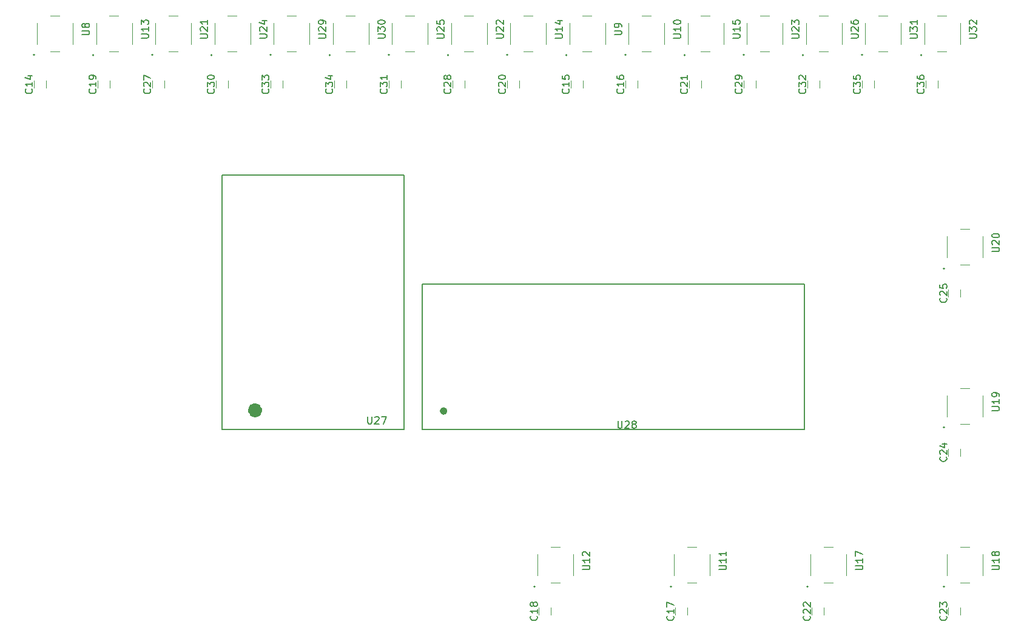
<source format=gbr>
G04 #@! TF.FileFunction,Legend,Top*
%FSLAX46Y46*%
G04 Gerber Fmt 4.6, Leading zero omitted, Abs format (unit mm)*
G04 Created by KiCad (PCBNEW 4.0.6) date 06/14/17 00:59:11*
%MOMM*%
%LPD*%
G01*
G04 APERTURE LIST*
%ADD10C,0.100000*%
%ADD11C,0.120000*%
%ADD12C,0.150000*%
%ADD13C,0.500000*%
%ADD14C,1.000000*%
%ADD15C,0.050000*%
%ADD16R,1.650000X1.400000*%
%ADD17C,1.600000*%
%ADD18C,1.924000*%
%ADD19C,1.800000*%
%ADD20R,2.000000X1.900000*%
G04 APERTURE END LIST*
D10*
D11*
X52490000Y-63000000D02*
X52490000Y-64000000D01*
X54190000Y-64000000D02*
X54190000Y-63000000D01*
X127420000Y-63000000D02*
X127420000Y-64000000D01*
X129120000Y-64000000D02*
X129120000Y-63000000D01*
X135040000Y-63000000D02*
X135040000Y-64000000D01*
X136740000Y-64000000D02*
X136740000Y-63000000D01*
X142025000Y-136660000D02*
X142025000Y-137660000D01*
X143725000Y-137660000D02*
X143725000Y-136660000D01*
X122975000Y-136660000D02*
X122975000Y-137660000D01*
X124675000Y-137660000D02*
X124675000Y-136660000D01*
X61380000Y-63000000D02*
X61380000Y-64000000D01*
X63080000Y-64000000D02*
X63080000Y-63000000D01*
X118530000Y-63000000D02*
X118530000Y-64000000D01*
X120230000Y-64000000D02*
X120230000Y-63000000D01*
X143930000Y-63000000D02*
X143930000Y-64000000D01*
X145630000Y-64000000D02*
X145630000Y-63000000D01*
X161075000Y-136660000D02*
X161075000Y-137660000D01*
X162775000Y-137660000D02*
X162775000Y-136660000D01*
X180125000Y-136660000D02*
X180125000Y-137660000D01*
X181825000Y-137660000D02*
X181825000Y-136660000D01*
X180125000Y-114435000D02*
X180125000Y-115435000D01*
X181825000Y-115435000D02*
X181825000Y-114435000D01*
X180125000Y-92210000D02*
X180125000Y-93210000D01*
X181825000Y-93210000D02*
X181825000Y-92210000D01*
X69000000Y-63000000D02*
X69000000Y-64000000D01*
X70700000Y-64000000D02*
X70700000Y-63000000D01*
X110910000Y-63000000D02*
X110910000Y-64000000D01*
X112610000Y-64000000D02*
X112610000Y-63000000D01*
X151550000Y-63000000D02*
X151550000Y-64000000D01*
X153250000Y-64000000D02*
X153250000Y-63000000D01*
X77890000Y-63000000D02*
X77890000Y-64000000D01*
X79590000Y-64000000D02*
X79590000Y-63000000D01*
X102020000Y-63000000D02*
X102020000Y-64000000D01*
X103720000Y-64000000D02*
X103720000Y-63000000D01*
X160440000Y-63000000D02*
X160440000Y-64000000D01*
X162140000Y-64000000D02*
X162140000Y-63000000D01*
X85510000Y-63000000D02*
X85510000Y-64000000D01*
X87210000Y-64000000D02*
X87210000Y-63000000D01*
X94400000Y-63000000D02*
X94400000Y-64000000D01*
X96100000Y-64000000D02*
X96100000Y-63000000D01*
X168060000Y-63000000D02*
X168060000Y-64000000D01*
X169760000Y-64000000D02*
X169760000Y-63000000D01*
X176950000Y-63000000D02*
X176950000Y-64000000D01*
X178650000Y-64000000D02*
X178650000Y-63000000D01*
D12*
X106680000Y-91440000D02*
X106680000Y-111760000D01*
X106680000Y-111760000D02*
X111760000Y-111760000D01*
X106680000Y-91440000D02*
X160020000Y-91440000D01*
X160020000Y-91440000D02*
X160020000Y-111760000D01*
X160020000Y-111760000D02*
X154940000Y-111760000D01*
X154940000Y-111760000D02*
X111760000Y-111760000D01*
D13*
X109950766Y-109169200D02*
G75*
G03X109950766Y-109169200I-273566J0D01*
G01*
D12*
X104140000Y-111760000D02*
X104140000Y-76200000D01*
X104140000Y-76200000D02*
X78740000Y-76200000D01*
X78740000Y-76200000D02*
X78740000Y-111760000D01*
X78740000Y-111760000D02*
X104140000Y-111760000D01*
D14*
X83863122Y-109067600D02*
G75*
G03X83863122Y-109067600I-500322J0D01*
G01*
D15*
X52950000Y-58875000D02*
X57950000Y-58875000D01*
X57950000Y-58875000D02*
X57950000Y-53875000D01*
X57950000Y-53875000D02*
X52950000Y-53875000D01*
X52950000Y-53875000D02*
X52950000Y-58875000D01*
D12*
X52596581Y-59398000D02*
G75*
G03X52596581Y-59398000I-91581J0D01*
G01*
D15*
X61205000Y-58875000D02*
X66205000Y-58875000D01*
X66205000Y-58875000D02*
X66205000Y-53875000D01*
X66205000Y-53875000D02*
X61205000Y-53875000D01*
X61205000Y-53875000D02*
X61205000Y-58875000D01*
D12*
X60851581Y-59398000D02*
G75*
G03X60851581Y-59398000I-91581J0D01*
G01*
D15*
X69460000Y-58875000D02*
X74460000Y-58875000D01*
X74460000Y-58875000D02*
X74460000Y-53875000D01*
X74460000Y-53875000D02*
X69460000Y-53875000D01*
X69460000Y-53875000D02*
X69460000Y-58875000D01*
D12*
X69106581Y-59398000D02*
G75*
G03X69106581Y-59398000I-91581J0D01*
G01*
D15*
X77715000Y-58875000D02*
X82715000Y-58875000D01*
X82715000Y-58875000D02*
X82715000Y-53875000D01*
X82715000Y-53875000D02*
X77715000Y-53875000D01*
X77715000Y-53875000D02*
X77715000Y-58875000D01*
D12*
X77361581Y-59398000D02*
G75*
G03X77361581Y-59398000I-91581J0D01*
G01*
D15*
X85970000Y-58875000D02*
X90970000Y-58875000D01*
X90970000Y-58875000D02*
X90970000Y-53875000D01*
X90970000Y-53875000D02*
X85970000Y-53875000D01*
X85970000Y-53875000D02*
X85970000Y-58875000D01*
D12*
X85616581Y-59398000D02*
G75*
G03X85616581Y-59398000I-91581J0D01*
G01*
D15*
X94225000Y-58875000D02*
X99225000Y-58875000D01*
X99225000Y-58875000D02*
X99225000Y-53875000D01*
X99225000Y-53875000D02*
X94225000Y-53875000D01*
X94225000Y-53875000D02*
X94225000Y-58875000D01*
D12*
X93871581Y-59398000D02*
G75*
G03X93871581Y-59398000I-91581J0D01*
G01*
D15*
X102480000Y-58875000D02*
X107480000Y-58875000D01*
X107480000Y-58875000D02*
X107480000Y-53875000D01*
X107480000Y-53875000D02*
X102480000Y-53875000D01*
X102480000Y-53875000D02*
X102480000Y-58875000D01*
D12*
X102126581Y-59398000D02*
G75*
G03X102126581Y-59398000I-91581J0D01*
G01*
D15*
X110735000Y-58875000D02*
X115735000Y-58875000D01*
X115735000Y-58875000D02*
X115735000Y-53875000D01*
X115735000Y-53875000D02*
X110735000Y-53875000D01*
X110735000Y-53875000D02*
X110735000Y-58875000D01*
D12*
X110381581Y-59398000D02*
G75*
G03X110381581Y-59398000I-91581J0D01*
G01*
D15*
X118990000Y-58875000D02*
X123990000Y-58875000D01*
X123990000Y-58875000D02*
X123990000Y-53875000D01*
X123990000Y-53875000D02*
X118990000Y-53875000D01*
X118990000Y-53875000D02*
X118990000Y-58875000D01*
D12*
X118636581Y-59398000D02*
G75*
G03X118636581Y-59398000I-91581J0D01*
G01*
D15*
X127245000Y-58875000D02*
X132245000Y-58875000D01*
X132245000Y-58875000D02*
X132245000Y-53875000D01*
X132245000Y-53875000D02*
X127245000Y-53875000D01*
X127245000Y-53875000D02*
X127245000Y-58875000D01*
D12*
X126891581Y-59398000D02*
G75*
G03X126891581Y-59398000I-91581J0D01*
G01*
D15*
X135500000Y-58875000D02*
X140500000Y-58875000D01*
X140500000Y-58875000D02*
X140500000Y-53875000D01*
X140500000Y-53875000D02*
X135500000Y-53875000D01*
X135500000Y-53875000D02*
X135500000Y-58875000D01*
D12*
X135146581Y-59398000D02*
G75*
G03X135146581Y-59398000I-91581J0D01*
G01*
D15*
X143755000Y-58875000D02*
X148755000Y-58875000D01*
X148755000Y-58875000D02*
X148755000Y-53875000D01*
X148755000Y-53875000D02*
X143755000Y-53875000D01*
X143755000Y-53875000D02*
X143755000Y-58875000D01*
D12*
X143401581Y-59398000D02*
G75*
G03X143401581Y-59398000I-91581J0D01*
G01*
D15*
X152010000Y-58875000D02*
X157010000Y-58875000D01*
X157010000Y-58875000D02*
X157010000Y-53875000D01*
X157010000Y-53875000D02*
X152010000Y-53875000D01*
X152010000Y-53875000D02*
X152010000Y-58875000D01*
D12*
X151656581Y-59398000D02*
G75*
G03X151656581Y-59398000I-91581J0D01*
G01*
D15*
X160265000Y-58875000D02*
X165265000Y-58875000D01*
X165265000Y-58875000D02*
X165265000Y-53875000D01*
X165265000Y-53875000D02*
X160265000Y-53875000D01*
X160265000Y-53875000D02*
X160265000Y-58875000D01*
D12*
X159911581Y-59398000D02*
G75*
G03X159911581Y-59398000I-91581J0D01*
G01*
D15*
X168520000Y-58875000D02*
X173520000Y-58875000D01*
X173520000Y-58875000D02*
X173520000Y-53875000D01*
X173520000Y-53875000D02*
X168520000Y-53875000D01*
X168520000Y-53875000D02*
X168520000Y-58875000D01*
D12*
X168166581Y-59398000D02*
G75*
G03X168166581Y-59398000I-91581J0D01*
G01*
D15*
X176775000Y-58875000D02*
X181775000Y-58875000D01*
X181775000Y-58875000D02*
X181775000Y-53875000D01*
X181775000Y-53875000D02*
X176775000Y-53875000D01*
X176775000Y-53875000D02*
X176775000Y-58875000D01*
D12*
X176421581Y-59398000D02*
G75*
G03X176421581Y-59398000I-91581J0D01*
G01*
D15*
X141850000Y-133170000D02*
X146850000Y-133170000D01*
X146850000Y-133170000D02*
X146850000Y-128170000D01*
X146850000Y-128170000D02*
X141850000Y-128170000D01*
X141850000Y-128170000D02*
X141850000Y-133170000D01*
D12*
X141496581Y-133693000D02*
G75*
G03X141496581Y-133693000I-91581J0D01*
G01*
D15*
X122800000Y-133170000D02*
X127800000Y-133170000D01*
X127800000Y-133170000D02*
X127800000Y-128170000D01*
X127800000Y-128170000D02*
X122800000Y-128170000D01*
X122800000Y-128170000D02*
X122800000Y-133170000D01*
D12*
X122446581Y-133693000D02*
G75*
G03X122446581Y-133693000I-91581J0D01*
G01*
D15*
X160900000Y-133170000D02*
X165900000Y-133170000D01*
X165900000Y-133170000D02*
X165900000Y-128170000D01*
X165900000Y-128170000D02*
X160900000Y-128170000D01*
X160900000Y-128170000D02*
X160900000Y-133170000D01*
D12*
X160546581Y-133693000D02*
G75*
G03X160546581Y-133693000I-91581J0D01*
G01*
D15*
X179950000Y-133170000D02*
X184950000Y-133170000D01*
X184950000Y-133170000D02*
X184950000Y-128170000D01*
X184950000Y-128170000D02*
X179950000Y-128170000D01*
X179950000Y-128170000D02*
X179950000Y-133170000D01*
D12*
X179596581Y-133693000D02*
G75*
G03X179596581Y-133693000I-91581J0D01*
G01*
D15*
X179950000Y-110945000D02*
X184950000Y-110945000D01*
X184950000Y-110945000D02*
X184950000Y-105945000D01*
X184950000Y-105945000D02*
X179950000Y-105945000D01*
X179950000Y-105945000D02*
X179950000Y-110945000D01*
D12*
X179596581Y-111468000D02*
G75*
G03X179596581Y-111468000I-91581J0D01*
G01*
D15*
X179950000Y-88720000D02*
X184950000Y-88720000D01*
X184950000Y-88720000D02*
X184950000Y-83720000D01*
X184950000Y-83720000D02*
X179950000Y-83720000D01*
X179950000Y-83720000D02*
X179950000Y-88720000D01*
D12*
X179596581Y-89243000D02*
G75*
G03X179596581Y-89243000I-91581J0D01*
G01*
X52197143Y-64142857D02*
X52244762Y-64190476D01*
X52292381Y-64333333D01*
X52292381Y-64428571D01*
X52244762Y-64571429D01*
X52149524Y-64666667D01*
X52054286Y-64714286D01*
X51863810Y-64761905D01*
X51720952Y-64761905D01*
X51530476Y-64714286D01*
X51435238Y-64666667D01*
X51340000Y-64571429D01*
X51292381Y-64428571D01*
X51292381Y-64333333D01*
X51340000Y-64190476D01*
X51387619Y-64142857D01*
X52292381Y-63190476D02*
X52292381Y-63761905D01*
X52292381Y-63476191D02*
X51292381Y-63476191D01*
X51435238Y-63571429D01*
X51530476Y-63666667D01*
X51578095Y-63761905D01*
X51625714Y-62333333D02*
X52292381Y-62333333D01*
X51244762Y-62571429D02*
X51959048Y-62809524D01*
X51959048Y-62190476D01*
X127127143Y-64142857D02*
X127174762Y-64190476D01*
X127222381Y-64333333D01*
X127222381Y-64428571D01*
X127174762Y-64571429D01*
X127079524Y-64666667D01*
X126984286Y-64714286D01*
X126793810Y-64761905D01*
X126650952Y-64761905D01*
X126460476Y-64714286D01*
X126365238Y-64666667D01*
X126270000Y-64571429D01*
X126222381Y-64428571D01*
X126222381Y-64333333D01*
X126270000Y-64190476D01*
X126317619Y-64142857D01*
X127222381Y-63190476D02*
X127222381Y-63761905D01*
X127222381Y-63476191D02*
X126222381Y-63476191D01*
X126365238Y-63571429D01*
X126460476Y-63666667D01*
X126508095Y-63761905D01*
X126222381Y-62285714D02*
X126222381Y-62761905D01*
X126698571Y-62809524D01*
X126650952Y-62761905D01*
X126603333Y-62666667D01*
X126603333Y-62428571D01*
X126650952Y-62333333D01*
X126698571Y-62285714D01*
X126793810Y-62238095D01*
X127031905Y-62238095D01*
X127127143Y-62285714D01*
X127174762Y-62333333D01*
X127222381Y-62428571D01*
X127222381Y-62666667D01*
X127174762Y-62761905D01*
X127127143Y-62809524D01*
X134747143Y-64142857D02*
X134794762Y-64190476D01*
X134842381Y-64333333D01*
X134842381Y-64428571D01*
X134794762Y-64571429D01*
X134699524Y-64666667D01*
X134604286Y-64714286D01*
X134413810Y-64761905D01*
X134270952Y-64761905D01*
X134080476Y-64714286D01*
X133985238Y-64666667D01*
X133890000Y-64571429D01*
X133842381Y-64428571D01*
X133842381Y-64333333D01*
X133890000Y-64190476D01*
X133937619Y-64142857D01*
X134842381Y-63190476D02*
X134842381Y-63761905D01*
X134842381Y-63476191D02*
X133842381Y-63476191D01*
X133985238Y-63571429D01*
X134080476Y-63666667D01*
X134128095Y-63761905D01*
X133842381Y-62333333D02*
X133842381Y-62523810D01*
X133890000Y-62619048D01*
X133937619Y-62666667D01*
X134080476Y-62761905D01*
X134270952Y-62809524D01*
X134651905Y-62809524D01*
X134747143Y-62761905D01*
X134794762Y-62714286D01*
X134842381Y-62619048D01*
X134842381Y-62428571D01*
X134794762Y-62333333D01*
X134747143Y-62285714D01*
X134651905Y-62238095D01*
X134413810Y-62238095D01*
X134318571Y-62285714D01*
X134270952Y-62333333D01*
X134223333Y-62428571D01*
X134223333Y-62619048D01*
X134270952Y-62714286D01*
X134318571Y-62761905D01*
X134413810Y-62809524D01*
X141732143Y-137802857D02*
X141779762Y-137850476D01*
X141827381Y-137993333D01*
X141827381Y-138088571D01*
X141779762Y-138231429D01*
X141684524Y-138326667D01*
X141589286Y-138374286D01*
X141398810Y-138421905D01*
X141255952Y-138421905D01*
X141065476Y-138374286D01*
X140970238Y-138326667D01*
X140875000Y-138231429D01*
X140827381Y-138088571D01*
X140827381Y-137993333D01*
X140875000Y-137850476D01*
X140922619Y-137802857D01*
X141827381Y-136850476D02*
X141827381Y-137421905D01*
X141827381Y-137136191D02*
X140827381Y-137136191D01*
X140970238Y-137231429D01*
X141065476Y-137326667D01*
X141113095Y-137421905D01*
X140827381Y-136517143D02*
X140827381Y-135850476D01*
X141827381Y-136279048D01*
X122682143Y-137802857D02*
X122729762Y-137850476D01*
X122777381Y-137993333D01*
X122777381Y-138088571D01*
X122729762Y-138231429D01*
X122634524Y-138326667D01*
X122539286Y-138374286D01*
X122348810Y-138421905D01*
X122205952Y-138421905D01*
X122015476Y-138374286D01*
X121920238Y-138326667D01*
X121825000Y-138231429D01*
X121777381Y-138088571D01*
X121777381Y-137993333D01*
X121825000Y-137850476D01*
X121872619Y-137802857D01*
X122777381Y-136850476D02*
X122777381Y-137421905D01*
X122777381Y-137136191D02*
X121777381Y-137136191D01*
X121920238Y-137231429D01*
X122015476Y-137326667D01*
X122063095Y-137421905D01*
X122205952Y-136279048D02*
X122158333Y-136374286D01*
X122110714Y-136421905D01*
X122015476Y-136469524D01*
X121967857Y-136469524D01*
X121872619Y-136421905D01*
X121825000Y-136374286D01*
X121777381Y-136279048D01*
X121777381Y-136088571D01*
X121825000Y-135993333D01*
X121872619Y-135945714D01*
X121967857Y-135898095D01*
X122015476Y-135898095D01*
X122110714Y-135945714D01*
X122158333Y-135993333D01*
X122205952Y-136088571D01*
X122205952Y-136279048D01*
X122253571Y-136374286D01*
X122301190Y-136421905D01*
X122396429Y-136469524D01*
X122586905Y-136469524D01*
X122682143Y-136421905D01*
X122729762Y-136374286D01*
X122777381Y-136279048D01*
X122777381Y-136088571D01*
X122729762Y-135993333D01*
X122682143Y-135945714D01*
X122586905Y-135898095D01*
X122396429Y-135898095D01*
X122301190Y-135945714D01*
X122253571Y-135993333D01*
X122205952Y-136088571D01*
X61087143Y-64142857D02*
X61134762Y-64190476D01*
X61182381Y-64333333D01*
X61182381Y-64428571D01*
X61134762Y-64571429D01*
X61039524Y-64666667D01*
X60944286Y-64714286D01*
X60753810Y-64761905D01*
X60610952Y-64761905D01*
X60420476Y-64714286D01*
X60325238Y-64666667D01*
X60230000Y-64571429D01*
X60182381Y-64428571D01*
X60182381Y-64333333D01*
X60230000Y-64190476D01*
X60277619Y-64142857D01*
X61182381Y-63190476D02*
X61182381Y-63761905D01*
X61182381Y-63476191D02*
X60182381Y-63476191D01*
X60325238Y-63571429D01*
X60420476Y-63666667D01*
X60468095Y-63761905D01*
X61182381Y-62714286D02*
X61182381Y-62523810D01*
X61134762Y-62428571D01*
X61087143Y-62380952D01*
X60944286Y-62285714D01*
X60753810Y-62238095D01*
X60372857Y-62238095D01*
X60277619Y-62285714D01*
X60230000Y-62333333D01*
X60182381Y-62428571D01*
X60182381Y-62619048D01*
X60230000Y-62714286D01*
X60277619Y-62761905D01*
X60372857Y-62809524D01*
X60610952Y-62809524D01*
X60706190Y-62761905D01*
X60753810Y-62714286D01*
X60801429Y-62619048D01*
X60801429Y-62428571D01*
X60753810Y-62333333D01*
X60706190Y-62285714D01*
X60610952Y-62238095D01*
X118237143Y-64142857D02*
X118284762Y-64190476D01*
X118332381Y-64333333D01*
X118332381Y-64428571D01*
X118284762Y-64571429D01*
X118189524Y-64666667D01*
X118094286Y-64714286D01*
X117903810Y-64761905D01*
X117760952Y-64761905D01*
X117570476Y-64714286D01*
X117475238Y-64666667D01*
X117380000Y-64571429D01*
X117332381Y-64428571D01*
X117332381Y-64333333D01*
X117380000Y-64190476D01*
X117427619Y-64142857D01*
X117427619Y-63761905D02*
X117380000Y-63714286D01*
X117332381Y-63619048D01*
X117332381Y-63380952D01*
X117380000Y-63285714D01*
X117427619Y-63238095D01*
X117522857Y-63190476D01*
X117618095Y-63190476D01*
X117760952Y-63238095D01*
X118332381Y-63809524D01*
X118332381Y-63190476D01*
X117332381Y-62571429D02*
X117332381Y-62476190D01*
X117380000Y-62380952D01*
X117427619Y-62333333D01*
X117522857Y-62285714D01*
X117713333Y-62238095D01*
X117951429Y-62238095D01*
X118141905Y-62285714D01*
X118237143Y-62333333D01*
X118284762Y-62380952D01*
X118332381Y-62476190D01*
X118332381Y-62571429D01*
X118284762Y-62666667D01*
X118237143Y-62714286D01*
X118141905Y-62761905D01*
X117951429Y-62809524D01*
X117713333Y-62809524D01*
X117522857Y-62761905D01*
X117427619Y-62714286D01*
X117380000Y-62666667D01*
X117332381Y-62571429D01*
X143637143Y-64142857D02*
X143684762Y-64190476D01*
X143732381Y-64333333D01*
X143732381Y-64428571D01*
X143684762Y-64571429D01*
X143589524Y-64666667D01*
X143494286Y-64714286D01*
X143303810Y-64761905D01*
X143160952Y-64761905D01*
X142970476Y-64714286D01*
X142875238Y-64666667D01*
X142780000Y-64571429D01*
X142732381Y-64428571D01*
X142732381Y-64333333D01*
X142780000Y-64190476D01*
X142827619Y-64142857D01*
X142827619Y-63761905D02*
X142780000Y-63714286D01*
X142732381Y-63619048D01*
X142732381Y-63380952D01*
X142780000Y-63285714D01*
X142827619Y-63238095D01*
X142922857Y-63190476D01*
X143018095Y-63190476D01*
X143160952Y-63238095D01*
X143732381Y-63809524D01*
X143732381Y-63190476D01*
X143732381Y-62238095D02*
X143732381Y-62809524D01*
X143732381Y-62523810D02*
X142732381Y-62523810D01*
X142875238Y-62619048D01*
X142970476Y-62714286D01*
X143018095Y-62809524D01*
X160782143Y-137802857D02*
X160829762Y-137850476D01*
X160877381Y-137993333D01*
X160877381Y-138088571D01*
X160829762Y-138231429D01*
X160734524Y-138326667D01*
X160639286Y-138374286D01*
X160448810Y-138421905D01*
X160305952Y-138421905D01*
X160115476Y-138374286D01*
X160020238Y-138326667D01*
X159925000Y-138231429D01*
X159877381Y-138088571D01*
X159877381Y-137993333D01*
X159925000Y-137850476D01*
X159972619Y-137802857D01*
X159972619Y-137421905D02*
X159925000Y-137374286D01*
X159877381Y-137279048D01*
X159877381Y-137040952D01*
X159925000Y-136945714D01*
X159972619Y-136898095D01*
X160067857Y-136850476D01*
X160163095Y-136850476D01*
X160305952Y-136898095D01*
X160877381Y-137469524D01*
X160877381Y-136850476D01*
X159972619Y-136469524D02*
X159925000Y-136421905D01*
X159877381Y-136326667D01*
X159877381Y-136088571D01*
X159925000Y-135993333D01*
X159972619Y-135945714D01*
X160067857Y-135898095D01*
X160163095Y-135898095D01*
X160305952Y-135945714D01*
X160877381Y-136517143D01*
X160877381Y-135898095D01*
X179832143Y-137802857D02*
X179879762Y-137850476D01*
X179927381Y-137993333D01*
X179927381Y-138088571D01*
X179879762Y-138231429D01*
X179784524Y-138326667D01*
X179689286Y-138374286D01*
X179498810Y-138421905D01*
X179355952Y-138421905D01*
X179165476Y-138374286D01*
X179070238Y-138326667D01*
X178975000Y-138231429D01*
X178927381Y-138088571D01*
X178927381Y-137993333D01*
X178975000Y-137850476D01*
X179022619Y-137802857D01*
X179022619Y-137421905D02*
X178975000Y-137374286D01*
X178927381Y-137279048D01*
X178927381Y-137040952D01*
X178975000Y-136945714D01*
X179022619Y-136898095D01*
X179117857Y-136850476D01*
X179213095Y-136850476D01*
X179355952Y-136898095D01*
X179927381Y-137469524D01*
X179927381Y-136850476D01*
X178927381Y-136517143D02*
X178927381Y-135898095D01*
X179308333Y-136231429D01*
X179308333Y-136088571D01*
X179355952Y-135993333D01*
X179403571Y-135945714D01*
X179498810Y-135898095D01*
X179736905Y-135898095D01*
X179832143Y-135945714D01*
X179879762Y-135993333D01*
X179927381Y-136088571D01*
X179927381Y-136374286D01*
X179879762Y-136469524D01*
X179832143Y-136517143D01*
X179832143Y-115577857D02*
X179879762Y-115625476D01*
X179927381Y-115768333D01*
X179927381Y-115863571D01*
X179879762Y-116006429D01*
X179784524Y-116101667D01*
X179689286Y-116149286D01*
X179498810Y-116196905D01*
X179355952Y-116196905D01*
X179165476Y-116149286D01*
X179070238Y-116101667D01*
X178975000Y-116006429D01*
X178927381Y-115863571D01*
X178927381Y-115768333D01*
X178975000Y-115625476D01*
X179022619Y-115577857D01*
X179022619Y-115196905D02*
X178975000Y-115149286D01*
X178927381Y-115054048D01*
X178927381Y-114815952D01*
X178975000Y-114720714D01*
X179022619Y-114673095D01*
X179117857Y-114625476D01*
X179213095Y-114625476D01*
X179355952Y-114673095D01*
X179927381Y-115244524D01*
X179927381Y-114625476D01*
X179260714Y-113768333D02*
X179927381Y-113768333D01*
X178879762Y-114006429D02*
X179594048Y-114244524D01*
X179594048Y-113625476D01*
X179832143Y-93352857D02*
X179879762Y-93400476D01*
X179927381Y-93543333D01*
X179927381Y-93638571D01*
X179879762Y-93781429D01*
X179784524Y-93876667D01*
X179689286Y-93924286D01*
X179498810Y-93971905D01*
X179355952Y-93971905D01*
X179165476Y-93924286D01*
X179070238Y-93876667D01*
X178975000Y-93781429D01*
X178927381Y-93638571D01*
X178927381Y-93543333D01*
X178975000Y-93400476D01*
X179022619Y-93352857D01*
X179022619Y-92971905D02*
X178975000Y-92924286D01*
X178927381Y-92829048D01*
X178927381Y-92590952D01*
X178975000Y-92495714D01*
X179022619Y-92448095D01*
X179117857Y-92400476D01*
X179213095Y-92400476D01*
X179355952Y-92448095D01*
X179927381Y-93019524D01*
X179927381Y-92400476D01*
X178927381Y-91495714D02*
X178927381Y-91971905D01*
X179403571Y-92019524D01*
X179355952Y-91971905D01*
X179308333Y-91876667D01*
X179308333Y-91638571D01*
X179355952Y-91543333D01*
X179403571Y-91495714D01*
X179498810Y-91448095D01*
X179736905Y-91448095D01*
X179832143Y-91495714D01*
X179879762Y-91543333D01*
X179927381Y-91638571D01*
X179927381Y-91876667D01*
X179879762Y-91971905D01*
X179832143Y-92019524D01*
X68707143Y-64142857D02*
X68754762Y-64190476D01*
X68802381Y-64333333D01*
X68802381Y-64428571D01*
X68754762Y-64571429D01*
X68659524Y-64666667D01*
X68564286Y-64714286D01*
X68373810Y-64761905D01*
X68230952Y-64761905D01*
X68040476Y-64714286D01*
X67945238Y-64666667D01*
X67850000Y-64571429D01*
X67802381Y-64428571D01*
X67802381Y-64333333D01*
X67850000Y-64190476D01*
X67897619Y-64142857D01*
X67897619Y-63761905D02*
X67850000Y-63714286D01*
X67802381Y-63619048D01*
X67802381Y-63380952D01*
X67850000Y-63285714D01*
X67897619Y-63238095D01*
X67992857Y-63190476D01*
X68088095Y-63190476D01*
X68230952Y-63238095D01*
X68802381Y-63809524D01*
X68802381Y-63190476D01*
X67802381Y-62857143D02*
X67802381Y-62190476D01*
X68802381Y-62619048D01*
X110617143Y-64142857D02*
X110664762Y-64190476D01*
X110712381Y-64333333D01*
X110712381Y-64428571D01*
X110664762Y-64571429D01*
X110569524Y-64666667D01*
X110474286Y-64714286D01*
X110283810Y-64761905D01*
X110140952Y-64761905D01*
X109950476Y-64714286D01*
X109855238Y-64666667D01*
X109760000Y-64571429D01*
X109712381Y-64428571D01*
X109712381Y-64333333D01*
X109760000Y-64190476D01*
X109807619Y-64142857D01*
X109807619Y-63761905D02*
X109760000Y-63714286D01*
X109712381Y-63619048D01*
X109712381Y-63380952D01*
X109760000Y-63285714D01*
X109807619Y-63238095D01*
X109902857Y-63190476D01*
X109998095Y-63190476D01*
X110140952Y-63238095D01*
X110712381Y-63809524D01*
X110712381Y-63190476D01*
X110140952Y-62619048D02*
X110093333Y-62714286D01*
X110045714Y-62761905D01*
X109950476Y-62809524D01*
X109902857Y-62809524D01*
X109807619Y-62761905D01*
X109760000Y-62714286D01*
X109712381Y-62619048D01*
X109712381Y-62428571D01*
X109760000Y-62333333D01*
X109807619Y-62285714D01*
X109902857Y-62238095D01*
X109950476Y-62238095D01*
X110045714Y-62285714D01*
X110093333Y-62333333D01*
X110140952Y-62428571D01*
X110140952Y-62619048D01*
X110188571Y-62714286D01*
X110236190Y-62761905D01*
X110331429Y-62809524D01*
X110521905Y-62809524D01*
X110617143Y-62761905D01*
X110664762Y-62714286D01*
X110712381Y-62619048D01*
X110712381Y-62428571D01*
X110664762Y-62333333D01*
X110617143Y-62285714D01*
X110521905Y-62238095D01*
X110331429Y-62238095D01*
X110236190Y-62285714D01*
X110188571Y-62333333D01*
X110140952Y-62428571D01*
X151257143Y-64142857D02*
X151304762Y-64190476D01*
X151352381Y-64333333D01*
X151352381Y-64428571D01*
X151304762Y-64571429D01*
X151209524Y-64666667D01*
X151114286Y-64714286D01*
X150923810Y-64761905D01*
X150780952Y-64761905D01*
X150590476Y-64714286D01*
X150495238Y-64666667D01*
X150400000Y-64571429D01*
X150352381Y-64428571D01*
X150352381Y-64333333D01*
X150400000Y-64190476D01*
X150447619Y-64142857D01*
X150447619Y-63761905D02*
X150400000Y-63714286D01*
X150352381Y-63619048D01*
X150352381Y-63380952D01*
X150400000Y-63285714D01*
X150447619Y-63238095D01*
X150542857Y-63190476D01*
X150638095Y-63190476D01*
X150780952Y-63238095D01*
X151352381Y-63809524D01*
X151352381Y-63190476D01*
X151352381Y-62714286D02*
X151352381Y-62523810D01*
X151304762Y-62428571D01*
X151257143Y-62380952D01*
X151114286Y-62285714D01*
X150923810Y-62238095D01*
X150542857Y-62238095D01*
X150447619Y-62285714D01*
X150400000Y-62333333D01*
X150352381Y-62428571D01*
X150352381Y-62619048D01*
X150400000Y-62714286D01*
X150447619Y-62761905D01*
X150542857Y-62809524D01*
X150780952Y-62809524D01*
X150876190Y-62761905D01*
X150923810Y-62714286D01*
X150971429Y-62619048D01*
X150971429Y-62428571D01*
X150923810Y-62333333D01*
X150876190Y-62285714D01*
X150780952Y-62238095D01*
X77597143Y-64142857D02*
X77644762Y-64190476D01*
X77692381Y-64333333D01*
X77692381Y-64428571D01*
X77644762Y-64571429D01*
X77549524Y-64666667D01*
X77454286Y-64714286D01*
X77263810Y-64761905D01*
X77120952Y-64761905D01*
X76930476Y-64714286D01*
X76835238Y-64666667D01*
X76740000Y-64571429D01*
X76692381Y-64428571D01*
X76692381Y-64333333D01*
X76740000Y-64190476D01*
X76787619Y-64142857D01*
X76692381Y-63809524D02*
X76692381Y-63190476D01*
X77073333Y-63523810D01*
X77073333Y-63380952D01*
X77120952Y-63285714D01*
X77168571Y-63238095D01*
X77263810Y-63190476D01*
X77501905Y-63190476D01*
X77597143Y-63238095D01*
X77644762Y-63285714D01*
X77692381Y-63380952D01*
X77692381Y-63666667D01*
X77644762Y-63761905D01*
X77597143Y-63809524D01*
X76692381Y-62571429D02*
X76692381Y-62476190D01*
X76740000Y-62380952D01*
X76787619Y-62333333D01*
X76882857Y-62285714D01*
X77073333Y-62238095D01*
X77311429Y-62238095D01*
X77501905Y-62285714D01*
X77597143Y-62333333D01*
X77644762Y-62380952D01*
X77692381Y-62476190D01*
X77692381Y-62571429D01*
X77644762Y-62666667D01*
X77597143Y-62714286D01*
X77501905Y-62761905D01*
X77311429Y-62809524D01*
X77073333Y-62809524D01*
X76882857Y-62761905D01*
X76787619Y-62714286D01*
X76740000Y-62666667D01*
X76692381Y-62571429D01*
X101727143Y-64142857D02*
X101774762Y-64190476D01*
X101822381Y-64333333D01*
X101822381Y-64428571D01*
X101774762Y-64571429D01*
X101679524Y-64666667D01*
X101584286Y-64714286D01*
X101393810Y-64761905D01*
X101250952Y-64761905D01*
X101060476Y-64714286D01*
X100965238Y-64666667D01*
X100870000Y-64571429D01*
X100822381Y-64428571D01*
X100822381Y-64333333D01*
X100870000Y-64190476D01*
X100917619Y-64142857D01*
X100822381Y-63809524D02*
X100822381Y-63190476D01*
X101203333Y-63523810D01*
X101203333Y-63380952D01*
X101250952Y-63285714D01*
X101298571Y-63238095D01*
X101393810Y-63190476D01*
X101631905Y-63190476D01*
X101727143Y-63238095D01*
X101774762Y-63285714D01*
X101822381Y-63380952D01*
X101822381Y-63666667D01*
X101774762Y-63761905D01*
X101727143Y-63809524D01*
X101822381Y-62238095D02*
X101822381Y-62809524D01*
X101822381Y-62523810D02*
X100822381Y-62523810D01*
X100965238Y-62619048D01*
X101060476Y-62714286D01*
X101108095Y-62809524D01*
X160147143Y-64142857D02*
X160194762Y-64190476D01*
X160242381Y-64333333D01*
X160242381Y-64428571D01*
X160194762Y-64571429D01*
X160099524Y-64666667D01*
X160004286Y-64714286D01*
X159813810Y-64761905D01*
X159670952Y-64761905D01*
X159480476Y-64714286D01*
X159385238Y-64666667D01*
X159290000Y-64571429D01*
X159242381Y-64428571D01*
X159242381Y-64333333D01*
X159290000Y-64190476D01*
X159337619Y-64142857D01*
X159242381Y-63809524D02*
X159242381Y-63190476D01*
X159623333Y-63523810D01*
X159623333Y-63380952D01*
X159670952Y-63285714D01*
X159718571Y-63238095D01*
X159813810Y-63190476D01*
X160051905Y-63190476D01*
X160147143Y-63238095D01*
X160194762Y-63285714D01*
X160242381Y-63380952D01*
X160242381Y-63666667D01*
X160194762Y-63761905D01*
X160147143Y-63809524D01*
X159337619Y-62809524D02*
X159290000Y-62761905D01*
X159242381Y-62666667D01*
X159242381Y-62428571D01*
X159290000Y-62333333D01*
X159337619Y-62285714D01*
X159432857Y-62238095D01*
X159528095Y-62238095D01*
X159670952Y-62285714D01*
X160242381Y-62857143D01*
X160242381Y-62238095D01*
X85217143Y-64142857D02*
X85264762Y-64190476D01*
X85312381Y-64333333D01*
X85312381Y-64428571D01*
X85264762Y-64571429D01*
X85169524Y-64666667D01*
X85074286Y-64714286D01*
X84883810Y-64761905D01*
X84740952Y-64761905D01*
X84550476Y-64714286D01*
X84455238Y-64666667D01*
X84360000Y-64571429D01*
X84312381Y-64428571D01*
X84312381Y-64333333D01*
X84360000Y-64190476D01*
X84407619Y-64142857D01*
X84312381Y-63809524D02*
X84312381Y-63190476D01*
X84693333Y-63523810D01*
X84693333Y-63380952D01*
X84740952Y-63285714D01*
X84788571Y-63238095D01*
X84883810Y-63190476D01*
X85121905Y-63190476D01*
X85217143Y-63238095D01*
X85264762Y-63285714D01*
X85312381Y-63380952D01*
X85312381Y-63666667D01*
X85264762Y-63761905D01*
X85217143Y-63809524D01*
X84312381Y-62857143D02*
X84312381Y-62238095D01*
X84693333Y-62571429D01*
X84693333Y-62428571D01*
X84740952Y-62333333D01*
X84788571Y-62285714D01*
X84883810Y-62238095D01*
X85121905Y-62238095D01*
X85217143Y-62285714D01*
X85264762Y-62333333D01*
X85312381Y-62428571D01*
X85312381Y-62714286D01*
X85264762Y-62809524D01*
X85217143Y-62857143D01*
X94107143Y-64142857D02*
X94154762Y-64190476D01*
X94202381Y-64333333D01*
X94202381Y-64428571D01*
X94154762Y-64571429D01*
X94059524Y-64666667D01*
X93964286Y-64714286D01*
X93773810Y-64761905D01*
X93630952Y-64761905D01*
X93440476Y-64714286D01*
X93345238Y-64666667D01*
X93250000Y-64571429D01*
X93202381Y-64428571D01*
X93202381Y-64333333D01*
X93250000Y-64190476D01*
X93297619Y-64142857D01*
X93202381Y-63809524D02*
X93202381Y-63190476D01*
X93583333Y-63523810D01*
X93583333Y-63380952D01*
X93630952Y-63285714D01*
X93678571Y-63238095D01*
X93773810Y-63190476D01*
X94011905Y-63190476D01*
X94107143Y-63238095D01*
X94154762Y-63285714D01*
X94202381Y-63380952D01*
X94202381Y-63666667D01*
X94154762Y-63761905D01*
X94107143Y-63809524D01*
X93535714Y-62333333D02*
X94202381Y-62333333D01*
X93154762Y-62571429D02*
X93869048Y-62809524D01*
X93869048Y-62190476D01*
X167767143Y-64142857D02*
X167814762Y-64190476D01*
X167862381Y-64333333D01*
X167862381Y-64428571D01*
X167814762Y-64571429D01*
X167719524Y-64666667D01*
X167624286Y-64714286D01*
X167433810Y-64761905D01*
X167290952Y-64761905D01*
X167100476Y-64714286D01*
X167005238Y-64666667D01*
X166910000Y-64571429D01*
X166862381Y-64428571D01*
X166862381Y-64333333D01*
X166910000Y-64190476D01*
X166957619Y-64142857D01*
X166862381Y-63809524D02*
X166862381Y-63190476D01*
X167243333Y-63523810D01*
X167243333Y-63380952D01*
X167290952Y-63285714D01*
X167338571Y-63238095D01*
X167433810Y-63190476D01*
X167671905Y-63190476D01*
X167767143Y-63238095D01*
X167814762Y-63285714D01*
X167862381Y-63380952D01*
X167862381Y-63666667D01*
X167814762Y-63761905D01*
X167767143Y-63809524D01*
X166862381Y-62285714D02*
X166862381Y-62761905D01*
X167338571Y-62809524D01*
X167290952Y-62761905D01*
X167243333Y-62666667D01*
X167243333Y-62428571D01*
X167290952Y-62333333D01*
X167338571Y-62285714D01*
X167433810Y-62238095D01*
X167671905Y-62238095D01*
X167767143Y-62285714D01*
X167814762Y-62333333D01*
X167862381Y-62428571D01*
X167862381Y-62666667D01*
X167814762Y-62761905D01*
X167767143Y-62809524D01*
X176657143Y-64142857D02*
X176704762Y-64190476D01*
X176752381Y-64333333D01*
X176752381Y-64428571D01*
X176704762Y-64571429D01*
X176609524Y-64666667D01*
X176514286Y-64714286D01*
X176323810Y-64761905D01*
X176180952Y-64761905D01*
X175990476Y-64714286D01*
X175895238Y-64666667D01*
X175800000Y-64571429D01*
X175752381Y-64428571D01*
X175752381Y-64333333D01*
X175800000Y-64190476D01*
X175847619Y-64142857D01*
X175752381Y-63809524D02*
X175752381Y-63190476D01*
X176133333Y-63523810D01*
X176133333Y-63380952D01*
X176180952Y-63285714D01*
X176228571Y-63238095D01*
X176323810Y-63190476D01*
X176561905Y-63190476D01*
X176657143Y-63238095D01*
X176704762Y-63285714D01*
X176752381Y-63380952D01*
X176752381Y-63666667D01*
X176704762Y-63761905D01*
X176657143Y-63809524D01*
X175752381Y-62333333D02*
X175752381Y-62523810D01*
X175800000Y-62619048D01*
X175847619Y-62666667D01*
X175990476Y-62761905D01*
X176180952Y-62809524D01*
X176561905Y-62809524D01*
X176657143Y-62761905D01*
X176704762Y-62714286D01*
X176752381Y-62619048D01*
X176752381Y-62428571D01*
X176704762Y-62333333D01*
X176657143Y-62285714D01*
X176561905Y-62238095D01*
X176323810Y-62238095D01*
X176228571Y-62285714D01*
X176180952Y-62333333D01*
X176133333Y-62428571D01*
X176133333Y-62619048D01*
X176180952Y-62714286D01*
X176228571Y-62761905D01*
X176323810Y-62809524D01*
X134016905Y-110577381D02*
X134016905Y-111386905D01*
X134064524Y-111482143D01*
X134112143Y-111529762D01*
X134207381Y-111577381D01*
X134397858Y-111577381D01*
X134493096Y-111529762D01*
X134540715Y-111482143D01*
X134588334Y-111386905D01*
X134588334Y-110577381D01*
X135016905Y-110672619D02*
X135064524Y-110625000D01*
X135159762Y-110577381D01*
X135397858Y-110577381D01*
X135493096Y-110625000D01*
X135540715Y-110672619D01*
X135588334Y-110767857D01*
X135588334Y-110863095D01*
X135540715Y-111005952D01*
X134969286Y-111577381D01*
X135588334Y-111577381D01*
X136159762Y-111005952D02*
X136064524Y-110958333D01*
X136016905Y-110910714D01*
X135969286Y-110815476D01*
X135969286Y-110767857D01*
X136016905Y-110672619D01*
X136064524Y-110625000D01*
X136159762Y-110577381D01*
X136350239Y-110577381D01*
X136445477Y-110625000D01*
X136493096Y-110672619D01*
X136540715Y-110767857D01*
X136540715Y-110815476D01*
X136493096Y-110910714D01*
X136445477Y-110958333D01*
X136350239Y-111005952D01*
X136159762Y-111005952D01*
X136064524Y-111053571D01*
X136016905Y-111101190D01*
X135969286Y-111196429D01*
X135969286Y-111386905D01*
X136016905Y-111482143D01*
X136064524Y-111529762D01*
X136159762Y-111577381D01*
X136350239Y-111577381D01*
X136445477Y-111529762D01*
X136493096Y-111482143D01*
X136540715Y-111386905D01*
X136540715Y-111196429D01*
X136493096Y-111101190D01*
X136445477Y-111053571D01*
X136350239Y-111005952D01*
X99091905Y-109942381D02*
X99091905Y-110751905D01*
X99139524Y-110847143D01*
X99187143Y-110894762D01*
X99282381Y-110942381D01*
X99472858Y-110942381D01*
X99568096Y-110894762D01*
X99615715Y-110847143D01*
X99663334Y-110751905D01*
X99663334Y-109942381D01*
X100091905Y-110037619D02*
X100139524Y-109990000D01*
X100234762Y-109942381D01*
X100472858Y-109942381D01*
X100568096Y-109990000D01*
X100615715Y-110037619D01*
X100663334Y-110132857D01*
X100663334Y-110228095D01*
X100615715Y-110370952D01*
X100044286Y-110942381D01*
X100663334Y-110942381D01*
X100996667Y-109942381D02*
X101663334Y-109942381D01*
X101234762Y-110942381D01*
X59218581Y-56565705D02*
X60028105Y-56565705D01*
X60123343Y-56518086D01*
X60170962Y-56470467D01*
X60218581Y-56375229D01*
X60218581Y-56184752D01*
X60170962Y-56089514D01*
X60123343Y-56041895D01*
X60028105Y-55994276D01*
X59218581Y-55994276D01*
X59647152Y-55375229D02*
X59599533Y-55470467D01*
X59551914Y-55518086D01*
X59456676Y-55565705D01*
X59409057Y-55565705D01*
X59313819Y-55518086D01*
X59266200Y-55470467D01*
X59218581Y-55375229D01*
X59218581Y-55184752D01*
X59266200Y-55089514D01*
X59313819Y-55041895D01*
X59409057Y-54994276D01*
X59456676Y-54994276D01*
X59551914Y-55041895D01*
X59599533Y-55089514D01*
X59647152Y-55184752D01*
X59647152Y-55375229D01*
X59694771Y-55470467D01*
X59742390Y-55518086D01*
X59837629Y-55565705D01*
X60028105Y-55565705D01*
X60123343Y-55518086D01*
X60170962Y-55470467D01*
X60218581Y-55375229D01*
X60218581Y-55184752D01*
X60170962Y-55089514D01*
X60123343Y-55041895D01*
X60028105Y-54994276D01*
X59837629Y-54994276D01*
X59742390Y-55041895D01*
X59694771Y-55089514D01*
X59647152Y-55184752D01*
X67473581Y-57041895D02*
X68283105Y-57041895D01*
X68378343Y-56994276D01*
X68425962Y-56946657D01*
X68473581Y-56851419D01*
X68473581Y-56660942D01*
X68425962Y-56565704D01*
X68378343Y-56518085D01*
X68283105Y-56470466D01*
X67473581Y-56470466D01*
X68473581Y-55470466D02*
X68473581Y-56041895D01*
X68473581Y-55756181D02*
X67473581Y-55756181D01*
X67616438Y-55851419D01*
X67711676Y-55946657D01*
X67759295Y-56041895D01*
X67473581Y-55137133D02*
X67473581Y-54518085D01*
X67854533Y-54851419D01*
X67854533Y-54708561D01*
X67902152Y-54613323D01*
X67949771Y-54565704D01*
X68045010Y-54518085D01*
X68283105Y-54518085D01*
X68378343Y-54565704D01*
X68425962Y-54613323D01*
X68473581Y-54708561D01*
X68473581Y-54994276D01*
X68425962Y-55089514D01*
X68378343Y-55137133D01*
X75728581Y-57041895D02*
X76538105Y-57041895D01*
X76633343Y-56994276D01*
X76680962Y-56946657D01*
X76728581Y-56851419D01*
X76728581Y-56660942D01*
X76680962Y-56565704D01*
X76633343Y-56518085D01*
X76538105Y-56470466D01*
X75728581Y-56470466D01*
X75823819Y-56041895D02*
X75776200Y-55994276D01*
X75728581Y-55899038D01*
X75728581Y-55660942D01*
X75776200Y-55565704D01*
X75823819Y-55518085D01*
X75919057Y-55470466D01*
X76014295Y-55470466D01*
X76157152Y-55518085D01*
X76728581Y-56089514D01*
X76728581Y-55470466D01*
X76728581Y-54518085D02*
X76728581Y-55089514D01*
X76728581Y-54803800D02*
X75728581Y-54803800D01*
X75871438Y-54899038D01*
X75966676Y-54994276D01*
X76014295Y-55089514D01*
X83983581Y-57041895D02*
X84793105Y-57041895D01*
X84888343Y-56994276D01*
X84935962Y-56946657D01*
X84983581Y-56851419D01*
X84983581Y-56660942D01*
X84935962Y-56565704D01*
X84888343Y-56518085D01*
X84793105Y-56470466D01*
X83983581Y-56470466D01*
X84078819Y-56041895D02*
X84031200Y-55994276D01*
X83983581Y-55899038D01*
X83983581Y-55660942D01*
X84031200Y-55565704D01*
X84078819Y-55518085D01*
X84174057Y-55470466D01*
X84269295Y-55470466D01*
X84412152Y-55518085D01*
X84983581Y-56089514D01*
X84983581Y-55470466D01*
X84316914Y-54613323D02*
X84983581Y-54613323D01*
X83935962Y-54851419D02*
X84650248Y-55089514D01*
X84650248Y-54470466D01*
X92238581Y-57041895D02*
X93048105Y-57041895D01*
X93143343Y-56994276D01*
X93190962Y-56946657D01*
X93238581Y-56851419D01*
X93238581Y-56660942D01*
X93190962Y-56565704D01*
X93143343Y-56518085D01*
X93048105Y-56470466D01*
X92238581Y-56470466D01*
X92333819Y-56041895D02*
X92286200Y-55994276D01*
X92238581Y-55899038D01*
X92238581Y-55660942D01*
X92286200Y-55565704D01*
X92333819Y-55518085D01*
X92429057Y-55470466D01*
X92524295Y-55470466D01*
X92667152Y-55518085D01*
X93238581Y-56089514D01*
X93238581Y-55470466D01*
X93238581Y-54994276D02*
X93238581Y-54803800D01*
X93190962Y-54708561D01*
X93143343Y-54660942D01*
X93000486Y-54565704D01*
X92810010Y-54518085D01*
X92429057Y-54518085D01*
X92333819Y-54565704D01*
X92286200Y-54613323D01*
X92238581Y-54708561D01*
X92238581Y-54899038D01*
X92286200Y-54994276D01*
X92333819Y-55041895D01*
X92429057Y-55089514D01*
X92667152Y-55089514D01*
X92762390Y-55041895D01*
X92810010Y-54994276D01*
X92857629Y-54899038D01*
X92857629Y-54708561D01*
X92810010Y-54613323D01*
X92762390Y-54565704D01*
X92667152Y-54518085D01*
X100493581Y-57041895D02*
X101303105Y-57041895D01*
X101398343Y-56994276D01*
X101445962Y-56946657D01*
X101493581Y-56851419D01*
X101493581Y-56660942D01*
X101445962Y-56565704D01*
X101398343Y-56518085D01*
X101303105Y-56470466D01*
X100493581Y-56470466D01*
X100493581Y-56089514D02*
X100493581Y-55470466D01*
X100874533Y-55803800D01*
X100874533Y-55660942D01*
X100922152Y-55565704D01*
X100969771Y-55518085D01*
X101065010Y-55470466D01*
X101303105Y-55470466D01*
X101398343Y-55518085D01*
X101445962Y-55565704D01*
X101493581Y-55660942D01*
X101493581Y-55946657D01*
X101445962Y-56041895D01*
X101398343Y-56089514D01*
X100493581Y-54851419D02*
X100493581Y-54756180D01*
X100541200Y-54660942D01*
X100588819Y-54613323D01*
X100684057Y-54565704D01*
X100874533Y-54518085D01*
X101112629Y-54518085D01*
X101303105Y-54565704D01*
X101398343Y-54613323D01*
X101445962Y-54660942D01*
X101493581Y-54756180D01*
X101493581Y-54851419D01*
X101445962Y-54946657D01*
X101398343Y-54994276D01*
X101303105Y-55041895D01*
X101112629Y-55089514D01*
X100874533Y-55089514D01*
X100684057Y-55041895D01*
X100588819Y-54994276D01*
X100541200Y-54946657D01*
X100493581Y-54851419D01*
X108748581Y-57041895D02*
X109558105Y-57041895D01*
X109653343Y-56994276D01*
X109700962Y-56946657D01*
X109748581Y-56851419D01*
X109748581Y-56660942D01*
X109700962Y-56565704D01*
X109653343Y-56518085D01*
X109558105Y-56470466D01*
X108748581Y-56470466D01*
X108843819Y-56041895D02*
X108796200Y-55994276D01*
X108748581Y-55899038D01*
X108748581Y-55660942D01*
X108796200Y-55565704D01*
X108843819Y-55518085D01*
X108939057Y-55470466D01*
X109034295Y-55470466D01*
X109177152Y-55518085D01*
X109748581Y-56089514D01*
X109748581Y-55470466D01*
X108748581Y-54565704D02*
X108748581Y-55041895D01*
X109224771Y-55089514D01*
X109177152Y-55041895D01*
X109129533Y-54946657D01*
X109129533Y-54708561D01*
X109177152Y-54613323D01*
X109224771Y-54565704D01*
X109320010Y-54518085D01*
X109558105Y-54518085D01*
X109653343Y-54565704D01*
X109700962Y-54613323D01*
X109748581Y-54708561D01*
X109748581Y-54946657D01*
X109700962Y-55041895D01*
X109653343Y-55089514D01*
X117003581Y-57041895D02*
X117813105Y-57041895D01*
X117908343Y-56994276D01*
X117955962Y-56946657D01*
X118003581Y-56851419D01*
X118003581Y-56660942D01*
X117955962Y-56565704D01*
X117908343Y-56518085D01*
X117813105Y-56470466D01*
X117003581Y-56470466D01*
X117098819Y-56041895D02*
X117051200Y-55994276D01*
X117003581Y-55899038D01*
X117003581Y-55660942D01*
X117051200Y-55565704D01*
X117098819Y-55518085D01*
X117194057Y-55470466D01*
X117289295Y-55470466D01*
X117432152Y-55518085D01*
X118003581Y-56089514D01*
X118003581Y-55470466D01*
X117098819Y-55089514D02*
X117051200Y-55041895D01*
X117003581Y-54946657D01*
X117003581Y-54708561D01*
X117051200Y-54613323D01*
X117098819Y-54565704D01*
X117194057Y-54518085D01*
X117289295Y-54518085D01*
X117432152Y-54565704D01*
X118003581Y-55137133D01*
X118003581Y-54518085D01*
X125258581Y-57041895D02*
X126068105Y-57041895D01*
X126163343Y-56994276D01*
X126210962Y-56946657D01*
X126258581Y-56851419D01*
X126258581Y-56660942D01*
X126210962Y-56565704D01*
X126163343Y-56518085D01*
X126068105Y-56470466D01*
X125258581Y-56470466D01*
X126258581Y-55470466D02*
X126258581Y-56041895D01*
X126258581Y-55756181D02*
X125258581Y-55756181D01*
X125401438Y-55851419D01*
X125496676Y-55946657D01*
X125544295Y-56041895D01*
X125591914Y-54613323D02*
X126258581Y-54613323D01*
X125210962Y-54851419D02*
X125925248Y-55089514D01*
X125925248Y-54470466D01*
X133513581Y-56565705D02*
X134323105Y-56565705D01*
X134418343Y-56518086D01*
X134465962Y-56470467D01*
X134513581Y-56375229D01*
X134513581Y-56184752D01*
X134465962Y-56089514D01*
X134418343Y-56041895D01*
X134323105Y-55994276D01*
X133513581Y-55994276D01*
X134513581Y-55470467D02*
X134513581Y-55279991D01*
X134465962Y-55184752D01*
X134418343Y-55137133D01*
X134275486Y-55041895D01*
X134085010Y-54994276D01*
X133704057Y-54994276D01*
X133608819Y-55041895D01*
X133561200Y-55089514D01*
X133513581Y-55184752D01*
X133513581Y-55375229D01*
X133561200Y-55470467D01*
X133608819Y-55518086D01*
X133704057Y-55565705D01*
X133942152Y-55565705D01*
X134037390Y-55518086D01*
X134085010Y-55470467D01*
X134132629Y-55375229D01*
X134132629Y-55184752D01*
X134085010Y-55089514D01*
X134037390Y-55041895D01*
X133942152Y-54994276D01*
X141768581Y-57041895D02*
X142578105Y-57041895D01*
X142673343Y-56994276D01*
X142720962Y-56946657D01*
X142768581Y-56851419D01*
X142768581Y-56660942D01*
X142720962Y-56565704D01*
X142673343Y-56518085D01*
X142578105Y-56470466D01*
X141768581Y-56470466D01*
X142768581Y-55470466D02*
X142768581Y-56041895D01*
X142768581Y-55756181D02*
X141768581Y-55756181D01*
X141911438Y-55851419D01*
X142006676Y-55946657D01*
X142054295Y-56041895D01*
X141768581Y-54851419D02*
X141768581Y-54756180D01*
X141816200Y-54660942D01*
X141863819Y-54613323D01*
X141959057Y-54565704D01*
X142149533Y-54518085D01*
X142387629Y-54518085D01*
X142578105Y-54565704D01*
X142673343Y-54613323D01*
X142720962Y-54660942D01*
X142768581Y-54756180D01*
X142768581Y-54851419D01*
X142720962Y-54946657D01*
X142673343Y-54994276D01*
X142578105Y-55041895D01*
X142387629Y-55089514D01*
X142149533Y-55089514D01*
X141959057Y-55041895D01*
X141863819Y-54994276D01*
X141816200Y-54946657D01*
X141768581Y-54851419D01*
X150023581Y-57041895D02*
X150833105Y-57041895D01*
X150928343Y-56994276D01*
X150975962Y-56946657D01*
X151023581Y-56851419D01*
X151023581Y-56660942D01*
X150975962Y-56565704D01*
X150928343Y-56518085D01*
X150833105Y-56470466D01*
X150023581Y-56470466D01*
X151023581Y-55470466D02*
X151023581Y-56041895D01*
X151023581Y-55756181D02*
X150023581Y-55756181D01*
X150166438Y-55851419D01*
X150261676Y-55946657D01*
X150309295Y-56041895D01*
X150023581Y-54565704D02*
X150023581Y-55041895D01*
X150499771Y-55089514D01*
X150452152Y-55041895D01*
X150404533Y-54946657D01*
X150404533Y-54708561D01*
X150452152Y-54613323D01*
X150499771Y-54565704D01*
X150595010Y-54518085D01*
X150833105Y-54518085D01*
X150928343Y-54565704D01*
X150975962Y-54613323D01*
X151023581Y-54708561D01*
X151023581Y-54946657D01*
X150975962Y-55041895D01*
X150928343Y-55089514D01*
X158278581Y-57041895D02*
X159088105Y-57041895D01*
X159183343Y-56994276D01*
X159230962Y-56946657D01*
X159278581Y-56851419D01*
X159278581Y-56660942D01*
X159230962Y-56565704D01*
X159183343Y-56518085D01*
X159088105Y-56470466D01*
X158278581Y-56470466D01*
X158373819Y-56041895D02*
X158326200Y-55994276D01*
X158278581Y-55899038D01*
X158278581Y-55660942D01*
X158326200Y-55565704D01*
X158373819Y-55518085D01*
X158469057Y-55470466D01*
X158564295Y-55470466D01*
X158707152Y-55518085D01*
X159278581Y-56089514D01*
X159278581Y-55470466D01*
X158278581Y-55137133D02*
X158278581Y-54518085D01*
X158659533Y-54851419D01*
X158659533Y-54708561D01*
X158707152Y-54613323D01*
X158754771Y-54565704D01*
X158850010Y-54518085D01*
X159088105Y-54518085D01*
X159183343Y-54565704D01*
X159230962Y-54613323D01*
X159278581Y-54708561D01*
X159278581Y-54994276D01*
X159230962Y-55089514D01*
X159183343Y-55137133D01*
X166533581Y-57041895D02*
X167343105Y-57041895D01*
X167438343Y-56994276D01*
X167485962Y-56946657D01*
X167533581Y-56851419D01*
X167533581Y-56660942D01*
X167485962Y-56565704D01*
X167438343Y-56518085D01*
X167343105Y-56470466D01*
X166533581Y-56470466D01*
X166628819Y-56041895D02*
X166581200Y-55994276D01*
X166533581Y-55899038D01*
X166533581Y-55660942D01*
X166581200Y-55565704D01*
X166628819Y-55518085D01*
X166724057Y-55470466D01*
X166819295Y-55470466D01*
X166962152Y-55518085D01*
X167533581Y-56089514D01*
X167533581Y-55470466D01*
X166533581Y-54613323D02*
X166533581Y-54803800D01*
X166581200Y-54899038D01*
X166628819Y-54946657D01*
X166771676Y-55041895D01*
X166962152Y-55089514D01*
X167343105Y-55089514D01*
X167438343Y-55041895D01*
X167485962Y-54994276D01*
X167533581Y-54899038D01*
X167533581Y-54708561D01*
X167485962Y-54613323D01*
X167438343Y-54565704D01*
X167343105Y-54518085D01*
X167105010Y-54518085D01*
X167009771Y-54565704D01*
X166962152Y-54613323D01*
X166914533Y-54708561D01*
X166914533Y-54899038D01*
X166962152Y-54994276D01*
X167009771Y-55041895D01*
X167105010Y-55089514D01*
X174788581Y-57041895D02*
X175598105Y-57041895D01*
X175693343Y-56994276D01*
X175740962Y-56946657D01*
X175788581Y-56851419D01*
X175788581Y-56660942D01*
X175740962Y-56565704D01*
X175693343Y-56518085D01*
X175598105Y-56470466D01*
X174788581Y-56470466D01*
X174788581Y-56089514D02*
X174788581Y-55470466D01*
X175169533Y-55803800D01*
X175169533Y-55660942D01*
X175217152Y-55565704D01*
X175264771Y-55518085D01*
X175360010Y-55470466D01*
X175598105Y-55470466D01*
X175693343Y-55518085D01*
X175740962Y-55565704D01*
X175788581Y-55660942D01*
X175788581Y-55946657D01*
X175740962Y-56041895D01*
X175693343Y-56089514D01*
X175788581Y-54518085D02*
X175788581Y-55089514D01*
X175788581Y-54803800D02*
X174788581Y-54803800D01*
X174931438Y-54899038D01*
X175026676Y-54994276D01*
X175074295Y-55089514D01*
X183043581Y-57041895D02*
X183853105Y-57041895D01*
X183948343Y-56994276D01*
X183995962Y-56946657D01*
X184043581Y-56851419D01*
X184043581Y-56660942D01*
X183995962Y-56565704D01*
X183948343Y-56518085D01*
X183853105Y-56470466D01*
X183043581Y-56470466D01*
X183043581Y-56089514D02*
X183043581Y-55470466D01*
X183424533Y-55803800D01*
X183424533Y-55660942D01*
X183472152Y-55565704D01*
X183519771Y-55518085D01*
X183615010Y-55470466D01*
X183853105Y-55470466D01*
X183948343Y-55518085D01*
X183995962Y-55565704D01*
X184043581Y-55660942D01*
X184043581Y-55946657D01*
X183995962Y-56041895D01*
X183948343Y-56089514D01*
X183138819Y-55089514D02*
X183091200Y-55041895D01*
X183043581Y-54946657D01*
X183043581Y-54708561D01*
X183091200Y-54613323D01*
X183138819Y-54565704D01*
X183234057Y-54518085D01*
X183329295Y-54518085D01*
X183472152Y-54565704D01*
X184043581Y-55137133D01*
X184043581Y-54518085D01*
X148118581Y-131336895D02*
X148928105Y-131336895D01*
X149023343Y-131289276D01*
X149070962Y-131241657D01*
X149118581Y-131146419D01*
X149118581Y-130955942D01*
X149070962Y-130860704D01*
X149023343Y-130813085D01*
X148928105Y-130765466D01*
X148118581Y-130765466D01*
X149118581Y-129765466D02*
X149118581Y-130336895D01*
X149118581Y-130051181D02*
X148118581Y-130051181D01*
X148261438Y-130146419D01*
X148356676Y-130241657D01*
X148404295Y-130336895D01*
X149118581Y-128813085D02*
X149118581Y-129384514D01*
X149118581Y-129098800D02*
X148118581Y-129098800D01*
X148261438Y-129194038D01*
X148356676Y-129289276D01*
X148404295Y-129384514D01*
X129068581Y-131336895D02*
X129878105Y-131336895D01*
X129973343Y-131289276D01*
X130020962Y-131241657D01*
X130068581Y-131146419D01*
X130068581Y-130955942D01*
X130020962Y-130860704D01*
X129973343Y-130813085D01*
X129878105Y-130765466D01*
X129068581Y-130765466D01*
X130068581Y-129765466D02*
X130068581Y-130336895D01*
X130068581Y-130051181D02*
X129068581Y-130051181D01*
X129211438Y-130146419D01*
X129306676Y-130241657D01*
X129354295Y-130336895D01*
X129163819Y-129384514D02*
X129116200Y-129336895D01*
X129068581Y-129241657D01*
X129068581Y-129003561D01*
X129116200Y-128908323D01*
X129163819Y-128860704D01*
X129259057Y-128813085D01*
X129354295Y-128813085D01*
X129497152Y-128860704D01*
X130068581Y-129432133D01*
X130068581Y-128813085D01*
X167168581Y-131336895D02*
X167978105Y-131336895D01*
X168073343Y-131289276D01*
X168120962Y-131241657D01*
X168168581Y-131146419D01*
X168168581Y-130955942D01*
X168120962Y-130860704D01*
X168073343Y-130813085D01*
X167978105Y-130765466D01*
X167168581Y-130765466D01*
X168168581Y-129765466D02*
X168168581Y-130336895D01*
X168168581Y-130051181D02*
X167168581Y-130051181D01*
X167311438Y-130146419D01*
X167406676Y-130241657D01*
X167454295Y-130336895D01*
X167168581Y-129432133D02*
X167168581Y-128765466D01*
X168168581Y-129194038D01*
X186218581Y-131336895D02*
X187028105Y-131336895D01*
X187123343Y-131289276D01*
X187170962Y-131241657D01*
X187218581Y-131146419D01*
X187218581Y-130955942D01*
X187170962Y-130860704D01*
X187123343Y-130813085D01*
X187028105Y-130765466D01*
X186218581Y-130765466D01*
X187218581Y-129765466D02*
X187218581Y-130336895D01*
X187218581Y-130051181D02*
X186218581Y-130051181D01*
X186361438Y-130146419D01*
X186456676Y-130241657D01*
X186504295Y-130336895D01*
X186647152Y-129194038D02*
X186599533Y-129289276D01*
X186551914Y-129336895D01*
X186456676Y-129384514D01*
X186409057Y-129384514D01*
X186313819Y-129336895D01*
X186266200Y-129289276D01*
X186218581Y-129194038D01*
X186218581Y-129003561D01*
X186266200Y-128908323D01*
X186313819Y-128860704D01*
X186409057Y-128813085D01*
X186456676Y-128813085D01*
X186551914Y-128860704D01*
X186599533Y-128908323D01*
X186647152Y-129003561D01*
X186647152Y-129194038D01*
X186694771Y-129289276D01*
X186742390Y-129336895D01*
X186837629Y-129384514D01*
X187028105Y-129384514D01*
X187123343Y-129336895D01*
X187170962Y-129289276D01*
X187218581Y-129194038D01*
X187218581Y-129003561D01*
X187170962Y-128908323D01*
X187123343Y-128860704D01*
X187028105Y-128813085D01*
X186837629Y-128813085D01*
X186742390Y-128860704D01*
X186694771Y-128908323D01*
X186647152Y-129003561D01*
X186218581Y-109111895D02*
X187028105Y-109111895D01*
X187123343Y-109064276D01*
X187170962Y-109016657D01*
X187218581Y-108921419D01*
X187218581Y-108730942D01*
X187170962Y-108635704D01*
X187123343Y-108588085D01*
X187028105Y-108540466D01*
X186218581Y-108540466D01*
X187218581Y-107540466D02*
X187218581Y-108111895D01*
X187218581Y-107826181D02*
X186218581Y-107826181D01*
X186361438Y-107921419D01*
X186456676Y-108016657D01*
X186504295Y-108111895D01*
X187218581Y-107064276D02*
X187218581Y-106873800D01*
X187170962Y-106778561D01*
X187123343Y-106730942D01*
X186980486Y-106635704D01*
X186790010Y-106588085D01*
X186409057Y-106588085D01*
X186313819Y-106635704D01*
X186266200Y-106683323D01*
X186218581Y-106778561D01*
X186218581Y-106969038D01*
X186266200Y-107064276D01*
X186313819Y-107111895D01*
X186409057Y-107159514D01*
X186647152Y-107159514D01*
X186742390Y-107111895D01*
X186790010Y-107064276D01*
X186837629Y-106969038D01*
X186837629Y-106778561D01*
X186790010Y-106683323D01*
X186742390Y-106635704D01*
X186647152Y-106588085D01*
X186218581Y-86886895D02*
X187028105Y-86886895D01*
X187123343Y-86839276D01*
X187170962Y-86791657D01*
X187218581Y-86696419D01*
X187218581Y-86505942D01*
X187170962Y-86410704D01*
X187123343Y-86363085D01*
X187028105Y-86315466D01*
X186218581Y-86315466D01*
X186313819Y-85886895D02*
X186266200Y-85839276D01*
X186218581Y-85744038D01*
X186218581Y-85505942D01*
X186266200Y-85410704D01*
X186313819Y-85363085D01*
X186409057Y-85315466D01*
X186504295Y-85315466D01*
X186647152Y-85363085D01*
X187218581Y-85934514D01*
X187218581Y-85315466D01*
X186218581Y-84696419D02*
X186218581Y-84601180D01*
X186266200Y-84505942D01*
X186313819Y-84458323D01*
X186409057Y-84410704D01*
X186599533Y-84363085D01*
X186837629Y-84363085D01*
X187028105Y-84410704D01*
X187123343Y-84458323D01*
X187170962Y-84505942D01*
X187218581Y-84601180D01*
X187218581Y-84696419D01*
X187170962Y-84791657D01*
X187123343Y-84839276D01*
X187028105Y-84886895D01*
X186837629Y-84934514D01*
X186599533Y-84934514D01*
X186409057Y-84886895D01*
X186313819Y-84839276D01*
X186266200Y-84791657D01*
X186218581Y-84696419D01*
%LPC*%
D16*
X53340000Y-64500000D03*
X53340000Y-62500000D03*
X128270000Y-64500000D03*
X128270000Y-62500000D03*
X135890000Y-64500000D03*
X135890000Y-62500000D03*
X142875000Y-138160000D03*
X142875000Y-136160000D03*
X123825000Y-138160000D03*
X123825000Y-136160000D03*
X62230000Y-64500000D03*
X62230000Y-62500000D03*
X119380000Y-64500000D03*
X119380000Y-62500000D03*
X144780000Y-64500000D03*
X144780000Y-62500000D03*
X161925000Y-138160000D03*
X161925000Y-136160000D03*
X180975000Y-138160000D03*
X180975000Y-136160000D03*
X180975000Y-115935000D03*
X180975000Y-113935000D03*
X180975000Y-93710000D03*
X180975000Y-91710000D03*
X69850000Y-64500000D03*
X69850000Y-62500000D03*
X111760000Y-64500000D03*
X111760000Y-62500000D03*
X152400000Y-64500000D03*
X152400000Y-62500000D03*
X78740000Y-64500000D03*
X78740000Y-62500000D03*
X102870000Y-64500000D03*
X102870000Y-62500000D03*
X161290000Y-64500000D03*
X161290000Y-62500000D03*
X86360000Y-64500000D03*
X86360000Y-62500000D03*
X95250000Y-64500000D03*
X95250000Y-62500000D03*
X168910000Y-64500000D03*
X168910000Y-62500000D03*
X177800000Y-64500000D03*
X177800000Y-62500000D03*
D17*
X74930000Y-93345000D03*
X74930000Y-97845000D03*
D18*
X106045000Y-139065000D03*
X108585000Y-141605000D03*
X111125000Y-139065000D03*
X108585000Y-136525000D03*
D19*
X111125000Y-128905000D03*
X108585000Y-128905000D03*
X106045000Y-128905000D03*
X44450000Y-134620000D03*
X44450000Y-132080000D03*
X44450000Y-129540000D03*
X44450000Y-127000000D03*
X44450000Y-124460000D03*
X44450000Y-121920000D03*
X44450000Y-119380000D03*
X44450000Y-116840000D03*
X44450000Y-114300000D03*
X44450000Y-111760000D03*
X44450000Y-109220000D03*
X44450000Y-106680000D03*
X44450000Y-104140000D03*
X44450000Y-101600000D03*
X44450000Y-99060000D03*
X44450000Y-96520000D03*
X44450000Y-93980000D03*
X44450000Y-91440000D03*
X44450000Y-88900000D03*
X44450000Y-86360000D03*
X44450000Y-83820000D03*
X44450000Y-81280000D03*
X44450000Y-78740000D03*
X44450000Y-76200000D03*
X59690000Y-76200000D03*
X59690000Y-78740000D03*
X59690000Y-81280000D03*
X59690000Y-83820000D03*
X59690000Y-86360000D03*
X59690000Y-88900000D03*
X59690000Y-91440000D03*
X59690000Y-93980000D03*
X59690000Y-96520000D03*
X59690000Y-99060000D03*
X59690000Y-101600000D03*
X59690000Y-104140000D03*
X59690000Y-106680000D03*
X59690000Y-109220000D03*
X59690000Y-111760000D03*
X59690000Y-114300000D03*
X59690000Y-116840000D03*
X59690000Y-119380000D03*
X59690000Y-121920000D03*
X59690000Y-124460000D03*
X59690000Y-127000000D03*
X59690000Y-129540000D03*
X59690000Y-132080000D03*
X59690000Y-134620000D03*
X111760000Y-109220000D03*
X114300000Y-109220000D03*
X116840000Y-109220000D03*
X119380000Y-109220000D03*
X121920000Y-109220000D03*
X124460000Y-109220000D03*
X127000000Y-109220000D03*
X129540000Y-109220000D03*
X132080000Y-109220000D03*
X134620000Y-109220000D03*
X137160000Y-109220000D03*
X139700000Y-109220000D03*
X142240000Y-109220000D03*
X144780000Y-109220000D03*
X147320000Y-109220000D03*
X149860000Y-109220000D03*
X152400000Y-109220000D03*
X154940000Y-109220000D03*
X154940000Y-93980000D03*
X152400000Y-93980000D03*
X149860000Y-93980000D03*
X147320000Y-93980000D03*
X144780000Y-93980000D03*
X142240000Y-93980000D03*
X139700000Y-93980000D03*
X137160000Y-93980000D03*
X134620000Y-93980000D03*
X132080000Y-93980000D03*
X129540000Y-93980000D03*
X127000000Y-93980000D03*
X124460000Y-93980000D03*
X121920000Y-93980000D03*
X119380000Y-93980000D03*
X116840000Y-93980000D03*
X114300000Y-93980000D03*
X111760000Y-93980000D03*
X86360000Y-109140000D03*
X88900000Y-109140000D03*
X91440000Y-109140000D03*
X93980000Y-109140000D03*
X96520000Y-109140000D03*
X96520000Y-78740000D03*
X93980000Y-78740000D03*
X91440000Y-78740000D03*
X88900000Y-78740000D03*
X86360000Y-78740000D03*
D20*
X53750000Y-58875000D03*
X57150000Y-58875000D03*
X53750000Y-53975000D03*
X57150000Y-53975000D03*
X62005000Y-58875000D03*
X65405000Y-58875000D03*
X62005000Y-53975000D03*
X65405000Y-53975000D03*
X70260000Y-58875000D03*
X73660000Y-58875000D03*
X70260000Y-53975000D03*
X73660000Y-53975000D03*
X78515000Y-58875000D03*
X81915000Y-58875000D03*
X78515000Y-53975000D03*
X81915000Y-53975000D03*
X86770000Y-58875000D03*
X90170000Y-58875000D03*
X86770000Y-53975000D03*
X90170000Y-53975000D03*
X95025000Y-58875000D03*
X98425000Y-58875000D03*
X95025000Y-53975000D03*
X98425000Y-53975000D03*
X103280000Y-58875000D03*
X106680000Y-58875000D03*
X103280000Y-53975000D03*
X106680000Y-53975000D03*
X111535000Y-58875000D03*
X114935000Y-58875000D03*
X111535000Y-53975000D03*
X114935000Y-53975000D03*
X119790000Y-58875000D03*
X123190000Y-58875000D03*
X119790000Y-53975000D03*
X123190000Y-53975000D03*
X128045000Y-58875000D03*
X131445000Y-58875000D03*
X128045000Y-53975000D03*
X131445000Y-53975000D03*
X136300000Y-58875000D03*
X139700000Y-58875000D03*
X136300000Y-53975000D03*
X139700000Y-53975000D03*
X144555000Y-58875000D03*
X147955000Y-58875000D03*
X144555000Y-53975000D03*
X147955000Y-53975000D03*
X152810000Y-58875000D03*
X156210000Y-58875000D03*
X152810000Y-53975000D03*
X156210000Y-53975000D03*
X161065000Y-58875000D03*
X164465000Y-58875000D03*
X161065000Y-53975000D03*
X164465000Y-53975000D03*
X169320000Y-58875000D03*
X172720000Y-58875000D03*
X169320000Y-53975000D03*
X172720000Y-53975000D03*
X177575000Y-58875000D03*
X180975000Y-58875000D03*
X177575000Y-53975000D03*
X180975000Y-53975000D03*
X142650000Y-133170000D03*
X146050000Y-133170000D03*
X142650000Y-128270000D03*
X146050000Y-128270000D03*
X123600000Y-133170000D03*
X127000000Y-133170000D03*
X123600000Y-128270000D03*
X127000000Y-128270000D03*
X161700000Y-133170000D03*
X165100000Y-133170000D03*
X161700000Y-128270000D03*
X165100000Y-128270000D03*
X180750000Y-133170000D03*
X184150000Y-133170000D03*
X180750000Y-128270000D03*
X184150000Y-128270000D03*
X180750000Y-110945000D03*
X184150000Y-110945000D03*
X180750000Y-106045000D03*
X184150000Y-106045000D03*
X180750000Y-88720000D03*
X184150000Y-88720000D03*
X180750000Y-83820000D03*
X184150000Y-83820000D03*
M02*

</source>
